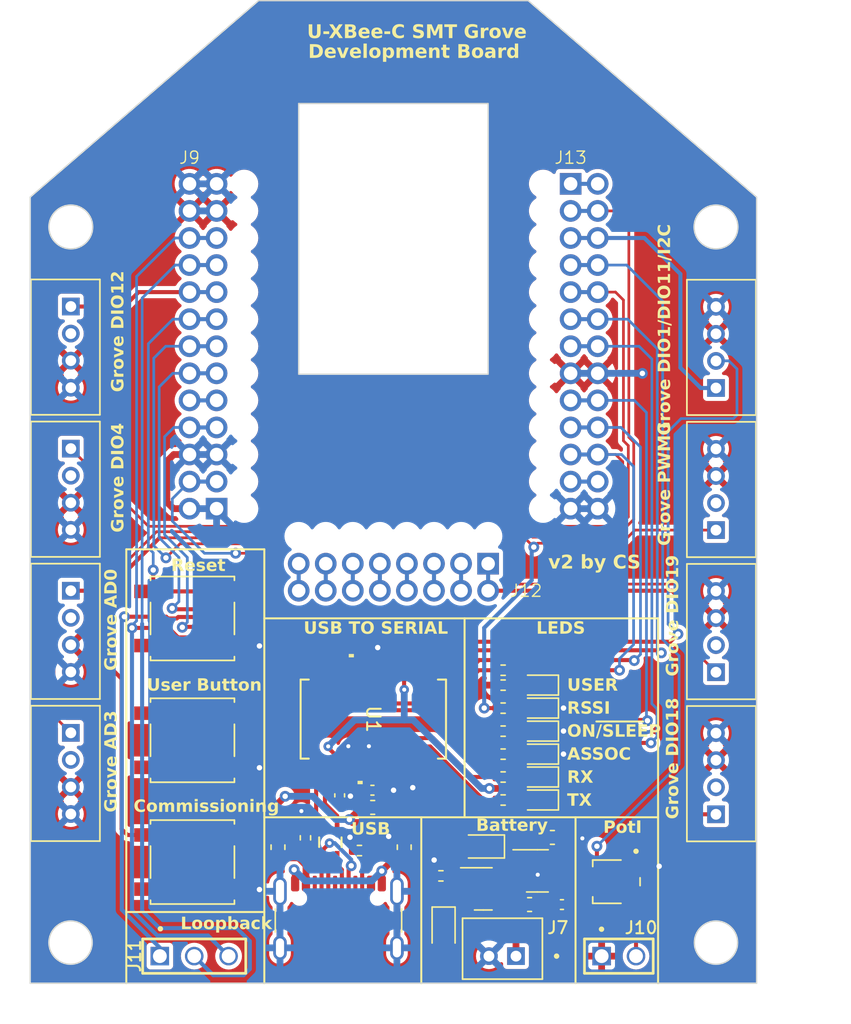
<source format=kicad_pcb>
(kicad_pcb (version 20221018) (generator pcbnew)
  (layers (0 "F.Cu" signal) (31 "B.Cu" signal) (34 "B.Paste" user) (35 "F.Paste" user) (36 "B.SilkS" user "B.Silkscreen") (37 "F.SilkS" user "F.Silkscreen") (38 "B.Mask" user) (39 "F.Mask" user) (44 "Edge.Cuts" user))
  (net 0 "")
  (net 1 "RESET_N")
  (net 5 "Net-(J8-GND-PadA1)")
  (net 6 "Net-(J8-VBUS-PadA4)")
  (net 8 "Net-(J8-D--PadA7)")
  (net 9 "Net-(J8-D+-PadA6)")
  (net 10 "Net-(J8-CC2)")
  (net 12 "Net-(J8-CC1)")
  (net 13 "unconnected-(J9-DEBUG{slash}SWDIO_1-Pad9)")
  (net 14 "Net-(J10-Pad02)")
  (net 15 "+BATT")
  (net 16 "GND")
  (net 17 "unconnected-(J12-JTMS{slash}SWDIO_0-Pad14)")
  (net 18 "VBUS")
  (net 19 "unconnected-(J12-JTDI{slash}SWO_1-Pad15)")
  (net 20 "unconnected-(J12-JTDO{slash}SWO_0-Pad16)")
  (net 21 "USB_DM")
  (net 22 "unconnected-(J12-JTCK{slash}SWCLK_0-Pad17)")
  (net 23 "USB_DP")
  (net 24 "Net-(U2-BP)")
  (net 25 "unconnected-(J12-SPI_MISO{slash}DIO15-Pad18)")
  (net 26 "AD2")
  (net 27 "+3.3VA")
  (net 28 "Net-(D7-K)")
  (net 29 "Net-(D8-K)")
  (net 30 "DIO1{slash}I2C_SCL")
  (net 31 "DIO11{slash}I2C_SDA")
  (net 36 "DIO19")
  (net 40 "DIO18")
  (net 41 "AD3")
  (net 42 "DIO12")
  (net 43 "Net-(U1-TXD)")
  (net 44 "XBEE_RX")
  (net 46 "XBEE_TX")
  (net 49 "Net-(U1-CBUS0)")
  (net 50 "Net-(U1-CBUS1)")
  (net 51 "+3.3V")
  (net 52 "XBEE_DTR_N")
  (net 53 "unconnected-(J12-SPI_MOSI{slash}DIO16-Pad19)")
  (net 54 "XBEE_RTS_N")
  (net 56 "XBEE_CTS_N")
  (net 57 "unconnected-(J12-SPI_SSEL{slash}DIO17-Pad20)")
  (net 59 "unconnected-(J13-SWCLK_1-Pad23)")
  (net 60 "unconnected-(J13-RF_SELECT-Pad34)")
  (net 63 "Net-(D3-A)")
  (net 64 "AD0{slash}CB")
  (net 65 "Net-(D1-K)")
  (net 66 "Net-(D2-K)")
  (net 67 "Net-(D4-A)")
  (net 68 "Net-(D5-A)")
  (net 69 "DIO4")
  (net 70 "Net-(D6-A)")
  (net 71 "RSSI{slash}PWM0")
  (net 72 "ASSOC_LED")
  (net 73 "DIO9")
  (net 74 "Net-(R8-Pad2)")
  (footprint "Resistor_SMD:R_0402_1005Metric" (layer "F.Cu") (at 154.91 99.67465)
    (fp_text reference "R9")
    (fp_text value "1k")
  )
  (footprint "Resistor_SMD:R_0402_1005Metric" (layer "F.Cu") (at 144.29 111.9 180)
    (fp_text reference "R2")
    (fp_text value "5k1")
  )
  (footprint "Capacitor_SMD:C_0402_1005Metric" (layer "F.Cu") (at 145.25 107.442)
    (fp_text reference "C5")
    (fp_text value "100nF")
  )
  (footprint "LED_SMD:LED_0603_1608Metric" (layer "F.Cu") (at 157.5125 108.16465 180)
    (fp_text reference "D7")
    (fp_text value "LTST-C190TBKT")
  )
  (footprint "XBEE_Grove_C:SEEED_110990030" (layer "F.Cu") (at 122.96 95.7 -90)
    (fp_text reference "J3")
    (fp_text value "110990030")
  )
  (footprint "XBEE_Grove_C:IND_DLW21S_0805_MUR" (layer "F.Cu") (at 142.14 111.28 90)
    (fp_text reference "L3")
    (fp_text value "DLW21SN121SQ2L")
  )
  (footprint "Connector_USB:USB_C_Receptacle_GCT_USB4105-xx-A_16P_TopMnt_Horizontal" (layer "F.Cu") (at 142.74 118.015)
    (fp_text reference "J8")
    (fp_text value "USB_C_Receptacle_USB2.0_16P")
  )
  (footprint "XBEE_Grove_C:SW_KSC421J70SHLFS" (layer "F.Cu") (at 131.95 103.75 180)
    (fp_text reference "S2")
    (fp_text value "KSC421J70SHLFS")
  )
  (footprint "Capacitor_SMD:C_0603_1608Metric" (layer "F.Cu") (at 158.549824 110.929295)
    (fp_text reference "C2")
    (fp_text value "10uF")
  )
  (footprint "Resistor_SMD:R_0402_1005Metric" (layer "F.Cu") (at 154.91 108.16465)
    (fp_text reference "R10")
    (fp_text value "1k")
  )
  (footprint "XBEE_Grove_C:SEEED_110990030" (layer "F.Cu") (at 170.64 74.72 90)
    (fp_text reference "J5")
    (fp_text value "110990030")
  )
  (footprint "XBEE_Grove_C:SW_KSC421J70SHLFS" (layer "F.Cu") (at 131.95 94.75)
    (fp_text reference "S1")
    (fp_text value "KSC421J70SHLFS")
  )
  (footprint "XBEE_Grove_C:XBEE_SMT_P1-13" (layer "F.Cu") (at 146.8 85.4)
    (fp_text reference "J9")
    (fp_text value "~")
  )
  (footprint "Diode_SMD:D_SOD-323" (layer "F.Cu") (at 150.51 117.6825 -90)
    (fp_text reference "D1")
    (fp_text value "NSVR1020MW2T1G")
  )
  (footprint "Package_TO_SOT_SMD:SOT-23-5" (layer "F.Cu") (at 157.441397 113.400404)
    (fp_text reference "U2")
    (fp_text value "RT9167A-33GB")
  )
  (footprint "XBEE_Grove_C:SEEED_110990030" (layer "F.Cu") (at 122.96 85.2 -90)
    (fp_text reference "J2")
    (fp_text value "110990030")
  )
  (footprint "LED_SMD:LED_0603_1608Metric" (layer "F.Cu") (at 157.5125 101.37465 180)
    (fp_text reference "D3")
    (fp_text value "QBLP601-R5")
  )
  (footprint "Capacitor_SMD:C_0402_1005Metric" (layer "F.Cu") (at 142.83 107.82 -90)
    (fp_text reference "C4")
    (fp_text value "100nF")
  )
  (footprint "Resistor_SMD:R_0402_1005Metric" (layer "F.Cu") (at 154.91 98.57465 180)
    (fp_text reference "R8")
    (fp_text value "220R")
  )
  (footprint "XBEE_Grove_C:SW_KSC421J70SHLFS" (layer "F.Cu") (at 131.95 112.75)
    (fp_text reference "S3")
    (fp_text value "KSC421J70SHLFS")
  )
  (footprint "LED_SMD:LED_0603_1608Metric" (layer "F.Cu") (at 157.5125 104.77465 180)
    (fp_text reference "D4")
    (fp_text value "LTST-C190YKT")
  )
  (footprint "XBEE_Grove_C:SAMTEC_TSW-102-07-G-S" (layer "F.Cu") (at 163.46 119.7)
    (fp_text reference "J10")
    (fp_text value "TSW-102-07-G-S")
  )
  (footprint "LED_SMD:LED_0603_1608Metric" (layer "F.Cu") (at 157.5125 106.46465 180)
    (fp_text reference "D8")
    (fp_text value "LTST-C190YKT")
  )
  (footprint "LED_SMD:LED_0603_1608Metric" (layer "F.Cu") (at 157.5125 103.07465 180)
    (fp_text reference "D5")
    (fp_text value "LTST-C190TBKT")
  )
  (footprint "Resistor_SMD:R_0402_1005Metric" (layer "F.Cu") (at 140.299579 110.957799 90)
    (fp_text reference "R1")
    (fp_text value "5k1")
  )
  (footprint "Inductor_SMD:L_0603_1608Metric" (layer "F.Cu") (at 138.27 111.65 90)
    (fp_text reference "L1")
    (fp_text value "220Ω/2,2A")
  )
  (footprint "Resistor_SMD:R_0402_1005Metric" (layer "F.Cu") (at 150.31 113.77 180)
    (fp_text reference "R4")
    (fp_text value "10k")
  )
  (footprint "XBEE_Grove_C:JST_B2B-PH-K-S" (layer "F.Cu") (at 154.86 119.15)
    (fp_text reference "J7")
    (fp_text value "B2B-PH-K-S")
  )
  (footprint "Capacitor_SMD:C_0603_1608Metric" (layer "F.Cu") (at 156.863937 115.890327)
    (fp_text reference "C1")
    (fp_text value "10uF")
  )
  (footprint "Inductor_SMD:L_0603_1608Metric" (layer "F.Cu") (at 147.6 111.65 -90)
    (fp_text reference "L2")
    (fp_text value "220Ω/2,2A")
  )
  (footprint "Resistor_SMD:R_0402_1005Metric" (layer "F.Cu") (at 154.91 101.37465)
    (fp_text reference "R5")
    (fp_text value "1k")
  )
  (footprint "XBEE_Grove_C:SEEED_110990030" (layer "F.Cu") (at 170.64 85.22 90)
    (fp_text reference "J6")
    (fp_text value "110990030")
  )
  (footprint "Resistor_SMD:R_0402_1005Metric" (layer "F.Cu") (at 154.91 106.46465)
    (fp_text reference "R11")
    (fp_text value "1k")
  )
  (footprint "LED_SMD:LED_0603_1608Metric" (layer "F.Cu") (at 157.5125 99.67465 180)
    (fp_text reference "D6")
    (fp_text value "LTST-C190TBKT")
  )
  (footprint "XBEE_Grove_C:SAMTEC_TSW-103-07-G-S" (layer "F.Cu") (at 132.08 119.7)
    (fp_text reference "J11")
    (fp_text value "TSW-103-07-G-S")
  )
  (footprint "Capacitor_SMD:C_0603_1608Metric" (layer "F.Cu") (at 145.27 108.712)
    (fp_text reference "C6")
    (fp_text value "10uF")
  )
  (footprint "XBEE_Grove_C:SEEED_110990030" (layer "F.Cu") (at 170.64 95.72 90)
    (fp_text reference "J14")
    (fp_text value "110990030")
  )
  (footprint "XBEE_Grove_C:TRIM_3313J-1-103E" (layer "F.Cu") (at 163.28 114.2 90)
    (fp_text reference "R3")
    (fp_text value "3313J-1-103E")
  )
  (footprint "Resistor_SMD:R_0402_1005Metric" (layer "F.Cu") (at 154.91 104.77465)
    (fp_text reference "R6")
    (fp_text value "1k")
  )
  (footprint "Diode_SMD:D_SOD-323" (layer "F.Cu") (at 153.3975 111.6 180)
    (fp_text reference "D2")
    (fp_text value "NSVR1020MW2T1G")
  )
  (footprint "Capacitor_SMD:C_0402_1005Metric" (layer "F.Cu") (at 159.254684 115.890327 180)
    (fp_text reference "C3")
    (fp_text value "100nF")
  )
  (footprint "XBEE_Grove_C:XBEE_SMT_P22-34" (layer "F.Cu") (at 146.8 85.4)
    (fp_text reference "J13")
    (fp_text value "~")
  )
  (footprint "XBEE_Grove_C:IC28_SSOP-28_FTD" (layer "F.Cu") (at 145.315 102.185 -90)
    (fp_text reference "U1")
    (fp_text value "FT232RL-REEL")
  )
  (footprint "XBEE_Grove_C:XBEE_SMT_P14-21" (layer "F.Cu") (at 146.8 85.4)
    (fp_text reference "J12")
    (fp_text value "~")
  )
  (footprint "Package_TO_SOT_SMD:SOT-23" (layer "F.Cu") (at 153.4425 114.73)
    (fp_text reference "Q1")
    (fp_text value "SI2323DS-T1-E3")
  )
  (footprint "Fiducial:Fiducial_1mm_Mask2mm" (layer "F.Cu") (at 127.96 65.7)
    (fp_text reference "FID1")
    (fp_text value "Fiducial")
  )
  (footprint "Resistor_SMD:R_0402_1005Metric" (layer "F.Cu") (at 154.91 103.07465)
    (fp_text reference "R7")
    (fp_text value "1k")
  )
  (footprint "XBEE_Grove_C:SEEED_110990030" (layer "F.Cu") (at 170.64 106.22 90)
    (fp_text reference "J15")
    (fp_text value "110990030")
  )
  (footprint "Fiducial:Fiducial_1mm_Mask2mm" (layer "F.Cu") (at 170.76 113.7)
    (fp_text reference "FID2")
    (fp_text value "Fiducial")
  )
  (footprint "XBEE_Grove_C:SEEED_110990030" (layer "F.Cu") (at 122.96 74.7 -90)
    (fp_text reference "J1")
    (fp_text value "110990030")
  )
  (footprint "XBEE_Grove_C:SEEED_110990030" (layer "F.Cu") (at 122.96 106.2 -90)
    (fp_text reference "J4")
    (fp_text value "110990030")
  )
  (gr_line (start 137.26 121.71) (end 137.26 89.64) (stroke (width 0.15)) (layer "F.SilkS"))
  (gr_line (start 148.86 121.71) (end 148.86 109.44) (stroke (width 0.15)) (layer "F.SilkS"))
  (gr_line (start 161.8 102.362) (end 165.25 102.362) (stroke (width 0.15)) (layer "F.SilkS"))
  (gr_line (start 127.06 89.64) (end 137.26 89.64) (stroke (width 0.15)) (layer "F.SilkS"))
  (gr_line (start 166.36 121.71) (end 166.36 94.74) (stroke (width 0.15)) (layer "F.SilkS"))
  (gr_line (start 137.26 109.44) (end 166.36 109.44) (stroke (width 0.15)) (layer "F.SilkS"))
  (gr_line (start 152.06 109.44) (end 152.06 94.74) (stroke (width 0.15)) (layer "F.SilkS"))
  (gr_line (start 160.26 121.71) (end 160.26 109.44) (stroke (width 0.15)) (layer "F.SilkS"))
  (gr_line (start 137.26 94.74) (end 166.36 94.74) (stroke (width 0.15)) (layer "F.SilkS"))
  (gr_line (start 127.06 116.44) (end 137.26 116.44) (stroke (width 0.15)) (layer "F.SilkS"))
  (gr_line (start 127.06 121.71) (end 127.06 89.64) (stroke (width 0.15)) (layer "F.SilkS"))
  (gr_line (start 119.96 63.62) (end 136.84 49.1) (stroke (width 0.1)) (layer "Edge.Cuts"))
  (gr_line (start 173.64 63.62) (end 173.64 121.7) (stroke (width 0.1)) (layer "Edge.Cuts"))
  (gr_line (start 173.64 121.7) (end 119.96 121.7) (stroke (width 0.1)) (layer "Edge.Cuts"))
  (gr_line (start 139.8 56.7) (end 139.8 76.7) (stroke (width 0.1)) (layer "Edge.Cuts"))
  (gr_line (start 153.8 76.7) (end 153.8 56.7) (stroke (width 0.1)) (layer "Edge.Cuts"))
  (gr_circle (center 170.64 118.7) (end 172.24 118.7) (stroke (width 0.1)) (fill none) (layer "Edge.Cuts"))
  (gr_line (start 136.84 49.1) (end 156.76 49.1) (stroke (width 0.1)) (layer "Edge.Cuts"))
  (gr_line (start 119.96 121.7) (end 119.96 63.62) (stroke (width 0.1)) (layer "Edge.Cuts"))
  (gr_circle (center 170.64 65.82) (end 172.26 65.82) (stroke (width 0.1)) (fill none) (layer "Edge.Cuts"))
  (gr_circle (center 122.94 118.7) (end 124.54 118.7) (stroke (width 0.1)) (fill none) (layer "Edge.Cuts"))
  (gr_line (start 156.76 49.1) (end 173.64 63.62) (stroke (width 0.1)) (layer "Edge.Cuts"))
  (gr_line (start 139.8 76.7) (end 153.8 76.7) (stroke (width 0.1)) (layer "Edge.Cuts"))
  (gr_circle (center 122.96 65.82) (end 124.58 65.82) (stroke (width 0.1)) (fill none) (layer "Edge.Cuts"))
  (gr_line (start 153.8 56.7) (end 139.8 56.7) (stroke (width 0.1)) (layer "Edge.Cuts"))
  (gr_text "RSSI" (at 159.635 101.94) (layer "F.SilkS") (effects (font (size 0.9 0.9)) (justify left bottom)))
  (gr_text "Grove DIO1/DIO11/I2C" (at 167.4 81.226986 90) (layer "F.SilkS") (effects (font (size 0.9 0.9)) (justify left bottom)))
  (gr_text "Battery" (at 152.907481 110.596068) (layer "F.SilkS") (effects (font (size 0.9 0.9)) (justify left bottom)))
  (gr_text "Grove DIO12" (at 127 78.025 90) (layer "F.SilkS") (effects (font (size 0.9 0.9)) (justify left bottom)))
  (gr_text "Loopback" (at 131.064 117.856) (layer "F.SilkS") (effects (font (size 0.9 0.9)) (justify left bottom)))
  (gr_text "v2 by CS" (at 158.24 91.23) (layer "F.SilkS") (effects (font (size 1 1)) (justify left bottom)))
  (gr_text "USER" (at 159.635 100.24) (layer "F.SilkS") (effects (font (size 0.9 0.9)) (justify left bottom)))
  (gr_text "ON/SLEEP" (at 159.635 103.64) (layer "F.SilkS") (effects (font (size 0.9 0.9)) (justify left bottom)))
  (gr_text "Grove AD0" (at 126.5 98.615452 90) (layer "F.SilkS") (effects (font (size 0.9 0.9)) (justify left bottom)))
  (gr_text "PotI\n" (at 162.306 110.744) (layer "F.SilkS") (effects (font (size 0.9 0.9)) (justify left bottom)))
  (gr_text "Grove AD3" (at 126.5 109.082438 90) (layer "F.SilkS") (effects (font (size 0.9 0.9)) (justify left bottom)))
  (gr_text "User Button" (at 128.566961 100.236887) (layer "F.SilkS") (effects (font (size 0.9 0.9)) (justify left bottom)))
  (gr_text "TX" (at 159.635 108.74) (layer "F.SilkS") (effects (font (size 0.9 0.9)) (justify left bottom)))
  (gr_text "ASSOC" (at 159.635 105.34) (layer "F.SilkS") (effects (font (size 0.9 0.9)) (justify left bottom)))
  (gr_text "U-XBee-C SMT Grove" (at 140.413041 52.035019) (layer "F.SilkS") (effects (font (size 1 1)) (justify left bottom)))
  (gr_text "Grove DIO19" (at 168 99.031163 90) (layer "F.SilkS") (effects (font (size 0.9 0.9)) (justify left bottom)))
  (gr_text "USB" (at 143.676783 110.867821) (layer "F.SilkS") (effects (font (size 0.9 0.9)) (justify left bottom)))
  (gr_text "RX" (at 159.635 107.04) (layer "F.SilkS") (effects (font (size 0.9 0.9)) (justify left bottom)))
  (gr_text "USB TO SERIAL" (at 140.16 96.032) (layer "F.SilkS") (effects (font (size 0.9 0.9)) (justify left bottom)))
  (gr_text "Commissioning" (at 127.596103 109.193762) (layer "F.SilkS") (effects (font (size 0.9 0.9)) (justify left bottom)))
  (gr_text "Grove DIO18" (at 168 109.582154 90) (layer "F.SilkS") (effects (font (size 0.9 0.9)) (justify left bottom)))
  (gr_text "Grove PWM0" (at 167.4 89.381577 90) (layer "F.SilkS") (effects (font (size 0.9 0.9)) (justify left bottom)))
  (gr_text "Grove DIO4" (at 127 88.4 90) (layer "F.SilkS") (effects (font (size 0.9 0.9)) (justify left bottom)))
  (gr_text "Reset" (at 130.367924 91.398583) (layer "F.SilkS") (effects (font (size 0.9 0.9)) (justify left bottom)))
  (gr_text "LEDS" (at 157.36 96.03) (layer "F.SilkS") (effects (font (size 0.9 0.9)) (justify left bottom)))
  (gr_text "Development Board" (at 140.5 53.5) (layer "F.SilkS") (effects (font (size 1 1)) (justify left bottom)))
  (segment (start 134.85 92.75) (end 129.05 92.75) (width 0.3) (layer "F.Cu") (net 1))
  (segment (start 129.05 91.17) (end 129.05 92.75) (width 0.3) (layer "F.Cu") (net 1))
  (via (at 129.05 91.17) (size 0.8) (drill 0.4) (layers "F.Cu" "B.Cu") (net 1))
  (segment (start 128.69 74.45) (end 130.505 72.635) (width 0.2) (layer "B.Cu") (net 1))
  (segment (start 131.733 72.635) (end 133.733 72.635) (width 0.3) (layer "B.Cu") (net 1))
  (segment (start 129.05 91.17) (end 129.05 89.895685) (width 0.2) (layer "B.Cu") (net 1))
  (segment (start 129.05 89.895685) (end 128.69 89.535685) (width 0.2) (layer "B.Cu") (net 1))
  (segment (start 128.69 89.535685) (end 128.69 74.45) (width 0.2) (layer "B.Cu") (net 1))
  (segment (start 130.505 72.635) (end 131.733 72.635) (width 0.2) (layer "B.Cu") (net 1))
  (segment (start 146.9125 112.4375) (end 145.94 113.41) (width 0.5) (layer "F.Cu") (net 5))
  (segment (start 139.54 113.39) (end 139.462 113.312) (width 0.5) (layer "F.Cu") (net 5))
  (segment (start 147.6 112.4375) (end 146.9125 112.4375) (width 0.5) (layer "F.Cu") (net 5))
  (segment (start 145.94 114.335) (end 145.94 113.41) (width 0.5) (layer "F.Cu") (net 5))
  (segment (start 139.54 114.335) (end 139.54 113.39) (width 0.5) (layer "F.Cu") (net 5))
  (via (at 139.462 113.312) (size 0.8) (drill 0.4) (layers "F.Cu" "B.Cu") (net 5))
  (via (at 145.94 113.41) (size 0.8) (drill 0.4) (layers "F.Cu" "B.Cu") (net 5))
  (segment (start 139.462 113.312) (end 140.29 114.14) (width 0.5) (layer "B.Cu") (net 5))
  (segment (start 140.29 114.14) (end 145.21 114.14) (width 0.5) (layer "B.Cu") (net 5))
  (segment (start 145.21 114.14) (end 145.94 113.41) (width 0.5) (layer "B.Cu") (net 5))
  (segment (start 140.575 115.945) (end 140.575 115.109695) (width 0.3) (layer "F.Cu") (net 6))
  (segment (start 145.14 114.874695) (end 144.9 115.114695) (width 0.3) (layer "F.Cu") (net 6))
  (segment (start 144.9 115.114695) (end 144.9 115.88) (width 0.3) (layer "F.Cu") (net 6))
  (segment (start 138.285 112.4375) (end 139.789582 112.4375) (width 0.5) (layer "F.Cu") (net 6))
  (segment (start 141.23 116.6) (end 140.575 115.945) (width 0.3) (layer "F.Cu") (net 6))
  (segment (start 140.575 115.109695) (end 140.399608 114.934303) (width 0.3) (layer "F.Cu") (net 6))
  (segment (start 140.34 112.987918) (end 140.34 114.335) (width 0.5) (layer "F.Cu") (net 6))
  (segment (start 139.789582 112.4375) (end 140.34 112.987918) (width 0.5) (layer "F.Cu") (net 6))
  (segment (start 144.18 116.6) (end 141.23 116.6) (width 0.3) (layer "F.Cu") (net 6))
  (segment (start 140.399608 114.934303) (end 140.399608 114.3) (width 0.3) (layer "F.Cu") (net 6))
  (segment (start 144.9 115.88) (end 144.18 116.6) (width 0.3) (layer "F.Cu") (net 6))
  (segment (start 145.14 114.335) (end 145.14 114.874695) (width 0.3) (layer "F.Cu") (net 6))
  (segment (start 142.639999 112.3074) (end 142.639999 112.959999) (width 0.3) (layer "F.Cu") (net 8))
  (segment (start 142.33 112.98) (end 142.66 112.98) (width 0.3) (layer "F.Cu") (net 8))
  (segment (start 142.99 113.31) (end 142.99 114.335) (width 0.3) (layer "F.Cu") (net 8))
  (segment (start 141.99 113.32) (end 142.33 112.98) (width 0.3) (layer "F.Cu") (net 8))
  (segment (start 142.66 112.98) (end 142.99 113.31) (width 0.3) (layer "F.Cu") (net 8))
  (segment (start 141.99 114.335) (end 141.99 113.32) (width 0.3) (layer "F.Cu") (net 8))
  (segment (start 142.639999 112.959999) (end 142.66 112.98) (width 0.3) (layer "F.Cu") (net 8))
  (segment (start 143.49 113.216027) (end 143.49 114.335) (width 0.3) (layer "F.Cu") (net 9))
  (segment (start 142.83 115.72) (end 143.23 115.72) (width 0.3) (layer "F.Cu") (net 9))
  (segment (start 143.23 115.72) (end 143.49 115.46) (width 0.3) (layer "F.Cu") (net 9))
  (segment (start 142.49 114.335) (end 142.49 115.38) (width 0.3) (layer "F.Cu") (net 9))
  (segment (start 142.08 111.35) (end 141.640001 111.789999) (width 0.3) (layer "F.Cu") (net 9))
  (segment (start 141.640001 111.789999) (end 141.640001 112.3074) (width 0.3) (layer "F.Cu") (net 9))
  (segment (start 142.49 115.38) (end 142.83 115.72) (width 0.3) (layer "F.Cu") (net 9))
  (segment (start 143.682948 113.023079) (end 143.49 113.216027) (width 0.3) (layer "F.Cu") (net 9))
  (segment (start 143.49 115.46) (end 143.49 114.335) (width 0.3) (layer "F.Cu") (net 9))
  (via (at 142.08 111.35) (size 0.7) (drill 0.3) (layers "F.Cu" "B.Cu") (net 9))
  (via (at 143.682948 113.023079) (size 0.8) (drill 0.4) (layers "F.Cu" "B.Cu") (net 9))
  (segment (start 143.682948 112.572948) (end 142.46 111.35) (width 0.3) (layer "B.Cu") (net 9))
  (segment (start 143.682948 113.023079) (end 143.682948 112.572948) (width 0.3) (layer "B.Cu") (net 9))
  (segment (start 142.46 111.35) (end 142.08 111.35) (width 0.3) (layer "B.Cu") (net 9))
  (segment (start 144.49 113.387567) (end 144.49 114.335) (width 0.3) (layer "F.Cu") (net 10))
  (segment (start 144.8 111.9) (end 144.8 113.077567) (width 0.3) (layer "F.Cu") (net 10))
  (segment (start 144.8 113.077567) (end 144.49 113.387567) (width 0.3) (layer "F.Cu") (net 10))
  (segment (start 141.49 113.28939) (end 141.49 114.335) (width 0.3) (layer "F.Cu") (net 12))
  (segment (start 140.299579 112.098969) (end 141.49 113.28939) (width 0.3) (layer "F.Cu") (net 12))
  (segment (start 140.299579 111.467799) (end 140.299579 112.098969) (width 0.3) (layer "F.Cu") (net 12))
  (segment (start 131.733 78.635) (end 133.733 78.635) (width 0.3) (layer "B.Cu") (net 13))
  (segment (start 164.73 115.35) (end 164.73 119.7) (width 0.3) (layer "F.Cu") (net 14))
  (segment (start 150.51 118.7325) (end 152.3675 118.7325) (width 0.5) (layer "F.Cu") (net 15))
  (segment (start 155.38 117.95) (end 153.15 117.95) (width 0.5) (layer "F.Cu") (net 15))
  (segment (start 155.86 119.7) (end 155.86 118.43) (width 0.5) (layer "F.Cu") (net 15))
  (segment (start 155.86 118.43) (end 155.38 117.95) (width 0.5) (layer "F.Cu") (net 15))
  (segment (start 152.3675 118.7325) (end 153.15 117.95) (width 0.5) (layer "F.Cu") (net 15))
  (segment (start 158.3 101.37465) (end 159.36535 101.37465) (width 0.5) (layer "F.Cu") (net 16))
  (segment (start 134.85 105.75) (end 136.87 105.75) (width 0.5) (layer "F.Cu") (net 16))
  (segment (start 129.05 105.75) (end 134.85 105.75) (width 0.5) (layer "F.Cu") (net 16))
  (segment (start 130.565 82.635) (end 130.06 83.14) (width 0.5) (layer "F.Cu") (net 16))
  (segment (start 159.393529 110.998) (end 159.324824 110.929295) (width 0.5) (layer "F.Cu") (net 16))
  (segment (start 157.466397 113.684551) (end 157.466397 115.717787) (width 0.5) (layer "F.Cu") (net 16))
  (segment (start 160.764058 110.998) (end 159.393529 110.998) (width 0.5) (layer "F.Cu") (net 16))
  (segment (start 130.06 83.14) (end 130.06 86.15) (width 0.5) (layer "F.Cu") (net 16))
  (segment (start 164.73 113.05) (end 166.43 113.05) (width 0.5) (layer "F.Cu") (net 16))
  (segment (start 145.73 107.442) (end 145.73 108.635) (width 0.5) (layer "F.Cu") (net 16))
  (segment (start 147.589999 106.609999) (end 148.23 107.25) (width 0.3) (layer "F.Cu") (net 16))
  (segment (start 130.06 86.15) (end 130.545 86.635) (width 0.5) (layer "F.Cu") (net 16))
  (segment (start 143.201965 108.3) (end 142.83 108.3) (width 0.5) (layer "F.Cu") (net 16))
  (segment (start 136.87 114.75) (end 134.85 114.75) (width 0.5) (layer "F.Cu") (net 16))
  (segment (start 147.589999 105.73465) (end 147.589999 106.609999) (width 0.3) (layer "F.Cu") (net 16))
  (segment (start 143.47 104.19) (end 143.040001 104.619999) (width 0.3) (layer "F.Cu") (net 16))
  (segment (start 157.466397 115.717787) (end 157.638937 115.890327) (width 0.5) (layer "F.Cu") (net 16))
  (segment (start 147.06 114.91) (end 147.06 119.09) (width 0.5) (layer "F.Cu") (net 16))
  (segment (start 134.85 96.75) (end 136.87 96.75) (width 0.5) (layer "F.Cu") (net 16))
  (segment (start 146.45 110.85) (end 146.4625 110.8625) (width 0.5) (layer "F.Cu") (net 16))
  (segment (start 143.78 111.105194) (end 143.59083 110.916024) (width 0.5) (layer "F.Cu") (net 16))
  (segment (start 129.05 96.75) (end 134.85 96.75) (width 0.5) (layer "F.Cu") (net 16))
  (segment (start 149.8 113.77) (end 149.8 112.61) (width 0.5) (layer "F.Cu") (net 16))
  (segment (start 136.87 105.75) (end 136.9 105.78) (width 0.5) (layer "F.Cu") (net 16))
  (segment (start 148.23 107.25) (end 148.23 105.74465) (width 0.3) (layer "F.Cu") (net 16))
  (segment (start 158.774684 115.890327) (end 157.638937 115.890327) (width 0.5) (layer "F.Cu") (net 16))
  (segment (start 136.9 114.78) (end 136.87 114.75) (width 0.5) (layer "F.Cu") (net 16))
  (segment (start 145.640001 98.63535) (end 145.64 96.9) (width 0.3) (layer "F.Cu") (net 16))
  (segment (start 157.18225 113.400404) (end 156.303897 113.400404) (width 0.5) (layer "F.Cu") (net 16))
  (segment (start 138.42 114.91) (end 138.42 119.09) (width 0.5) (layer "F.Cu") (net 16))
  (segment (start 143.624239 107.877726) (end 143.201965 108.3) (width 0.5) (layer "F.Cu") (net 16))
  (segment (start 157.466397 113.684551) (end 157.18225 113.400404) (width 0.5) (layer "F.Cu") (net 16))
  (segment (start 166.43 113.05) (end 166.44 113.06) (width 0.5) (layer "F.Cu") (net 16))
  (segment (start 129.05 114.75) (end 134.85 114.75) (width 0.5) (layer "F.Cu") (net 16))
  (segment (start 158.3 104.77465) (end 159.36535 104.77465) (width 0.5) (layer "F.Cu") (net 16))
  (segment (start 131.733 82.635) (end 130.565 82.635) (width 0.5) (layer "F.Cu") (net 16))
  (segment (start 140.299579 110.447799) (end 140.299579 109.281143) (width 0.5) (layer "F.Cu") (net 16))
  (segment (start 158.3 103.07465) (end 159.36535 103.07465) (width 0.5) (layer "F.Cu") (net 16))
  (segment (start 130.545 86.635) (end 131.733 86.635) (width 0.5) (layer "F.Cu") (net 16))
  (segment (start 144.989999 105.73465) (end 144.99 104.19) (width 0.3) (layer "F.Cu") (net 16))
  (segment (start 140.299579 109.281143) (end 140.000278 108.981842) (width 0.5) (layer "F.Cu") (net 16))
  (segment (start 143.78 111.9) (end 143.78 111.105194) (width 0.5) (layer "F.Cu") (net 16))
  (segment (start 149.8 112.61) (end 149.81 112.6) (width 0.5) (layer "F.Cu") (net 16))
  (segment (start 145.73 108.635) (end 146.045 108.95) (width 0.5) (layer "F.Cu") (net 16))
  (segment (start 146.812 107.442) (end 145.73 107.442) (width 0.5) (layer "F.Cu") (net 16))
  (segment (start 148.23 105.74465) (end 148.24 105.73465) (width 0.3) (layer "F.Cu") (net 16))
  (segment (start 159.36535 104.77465) (end 159.37 104.77) (width 0.5) (layer "F.Cu") (net 16))
  (segment (start 146.4625 110.8625) (end 147.6 110.8625) (width 0.5) (layer "F.Cu") (net 16))
  (segment (start 143.040001 104.619999) (end 143.040001 105.73465) (width 0.3) (layer "F.Cu") (net 16))
  (segment (start 136.87 96.75) (end 136.9 96.78) (width 0.5) (layer "F.Cu") (net 16))
  (via (at 159.37 101.37) (size 0.8) (drill 0.4) (layers "F.Cu" "B.Cu") (net 16))
  (via (at 159.37 104.77) (size 0.8) (drill 0.4) (layers "F.Cu" "B.Cu") (net 16))
  (via (at 160.764058 110.998) (size 0.7) (drill 0.3) (layers "F.Cu" "B.Cu") (net 16))
  (via (at 157.466397 113.684551) (size 0.7) (drill 0.3) (layers "F.Cu" "B.Cu") (net 16))
  (via (at 145.64 96.9) (size 0.8) (drill 0.4) (layers "F.Cu" "B.Cu") (net 16))
  (via (at 136.9 114.78) (size 0.8) (drill 0.4) (layers "F.Cu" "B.Cu") (net 16))
  (via (at 148.23 107.25) (size 0.8) (drill 0.4) (layers "F.Cu" "B.Cu") (net 16))
  (via (at 146.812 107.442) (size 0.8) (drill 0.4) (layers "F.Cu" "B.Cu") (net 16))
  (via (at 143.47 104.19) (size 0.7) (drill 0.3) (layers "F.Cu" "B.Cu") (net 16))
  (via (at 166.44 113.06) (size 0.8) (drill 0.4) (layers "F.Cu" "B.Cu") (net 16))
  (via (at 140.000278 108.981842) (size 0.7) (drill 0.3) (layers "F.Cu" "B.Cu") (net 16))
  (via (at 136.9 96.78) (size 0.8) (drill 0.4) (layers "F.Cu" "B.Cu") (net 16))
  (via (at 143.59083 110.916024) (size 0.8) (drill 0.4) (layers "F.Cu" "B.Cu") (net 16))
  (via (at 136.9 105.78) (size 0.8) (drill 0.4) (layers "F.Cu" "B.Cu") (net 16))
  (via (at 149.81 112.6) (size 0.8) (drill 0.4) (layers "F.Cu" "B.Cu") (net 16))
  (via (at 144.99 104.19) (size 0.7) (drill 0.3) (layers "F.Cu" "B.Cu") (net 16))
  (via (at 143.624239 107.877726) (size 0.8) (drill 0.4) (layers "F.Cu" "B.Cu") (net 16))
  (via (at 146.45 110.85) (size 0.8) (drill 0.4) (layers "F.Cu" "B.Cu") (net 16))
  (via (at 159.37 103.07) (size 0.8) (drill 0.4) (layers "F.Cu" "B.Cu") (net 16))
  (segment (start 159.897 86.635) (end 161.897 86.635) (width 0.5) (layer "B.Cu") (net 16))
  (segment (start 135.17 88.18) (end 133.733 86.743) (width 0.5) (layer "B.Cu") (net 16))
  (segment (start 131.733 82.635) (end 133.733 82.635) (width 0.5) (layer "B.Cu") (net 16))
  (segment (start 131.733 86.635) (end 133.733 86.635) (width 0.5) (layer "B.Cu") (net 16))
  (segment (start 133.733 86.743) (end 133.733 86.635) (width 0.5) (layer "B.Cu") (net 16))
  (segment (start 131.733 62.635) (end 133.733 62.635) (width 0.5) (layer "B.Cu") (net 16))
  (segment (start 139.8 92.7) (end 139.8 90.7) (width 0.3) (layer "B.Cu") (net 17))
  (segment (start 151.48 113.78) (end 150.83 113.78) (width 0.5) (layer "F.Cu") (net 18))
  (segment (start 151.84 111.6) (end 151.48 111.96) (width 0.5) (layer "F.Cu") (net 18))
  (segment (start 151.48 111.96) (end 151.48 113.78) (width 0.5) (layer "F.Cu") (net 18))
  (segment (start 143.689999 106.729999) (end 144.02 107.06) (width 0.3) (layer "F.Cu") (net 18))
  (segment (start 144.02 107.06) (end 144.02 107.19) (width 0.3) (layer "F.Cu") (net 18))
  (segment (start 152.3475 111.6) (end 151.84 111.6) (width 0.5) (layer "F.Cu") (net 18))
  (segment (start 143.77 109.825) (end 149.345 109.825) (width 0.5) (layer "F.Cu") (net 18))
  (segment (start 143.55 109.605) (end 143.77 109.825) (width 0.5) (layer "F.Cu") (net 18))
  (segment (start 144.77 108.437) (end 144.77 107.442) (width 0.5) (layer "F.Cu") (net 18))
  (segment (start 144.02 107.19) (end 144.272 107.442) (width 0.3) (layer "F.Cu") (net 18))
  (segment (start 144.02 107.06) (end 144.340001 106.739999) (width 0.3) (layer "F.Cu") (net 18))
  (segment (start 144.340001 106.739999) (end 144.340001 105.73465) (width 0.3) (layer "F.Cu") (net 18))
  (segment (start 138.27 108.42) (end 138.8 107.89) (width 0.5) (layer "F.Cu") (net 18))
  (segment (start 150.83 113.78) (end 150.82 113.77) (width 0.5) (layer "F.Cu") (net 18))
  (segment (start 144.443 108.712) (end 144.495 108.712) (width 0.5) (layer "F.Cu") (net 18))
  (segment (start 144.257 108.95) (end 144.77 108.437) (width 0.5) (layer "F.Cu") (net 18))
  (segment (start 138.27 110.8625) (end 138.27 108.42) (width 0.5) (layer "F.Cu") (net 18))
  (segment (start 152.505 113.78) (end 151.48 113.78) (width 0.5) (layer "F.Cu") (net 18))
  (segment (start 143.689999 105.73465) (end 143.689999 106.729999) (width 0.3) (layer "F.Cu") (net 18))
  (segment (start 143.55 109.605) (end 144.443 108.712) (width 0.5) (layer "F.Cu") (net 18))
  (segment (start 149.345 109.825) (end 151.48 111.96) (width 0.5) (layer "F.Cu") (net 18))
  (segment (start 144.272 107.442) (end 144.77 107.442) (width 0.3) (layer "F.Cu") (net 18))
  (via (at 138.8 107.89) (size 0.8) (drill 0.4) (layers "F.Cu" "B.Cu") (net 18))
  (via (at 143.55 109.605) (size 0.8) (drill 0.4) (layers "F.Cu" "B.Cu") (net 18))
  (segment (start 142.555 109.605) (end 140.84 107.89) (width 0.5) (layer "B.Cu") (net 18))
  (segment (start 143.55 109.605) (end 142.555 109.605) (width 0.5) (layer "B.Cu") (net 18))
  (segment (start 140.84 107.89) (end 138.8 107.89) (width 0.5) (layer "B.Cu") (net 18))
  (segment (start 141.8 92.7) (end 141.8 90.7) (width 0.3) (layer "B.Cu") (net 19))
  (segment (start 143.8 92.7) (end 143.8 90.7) (width 0.3) (layer "B.Cu") (net 20))
  (segment (start 141.740001 108.430001) (end 142.639999 109.329999) (width 0.3) (layer "F.Cu") (net 21))
  (segment (start 142.639999 109.329999) (end 142.639999 110.2526) (width 0.3) (layer "F.Cu") (net 21))
  (segment (start 141.740001 105.73465) (end 141.740001 108.430001) (width 0.3) (layer "F.Cu") (net 21))
  (segment (start 145.8 92.7) (end 145.8 90.7) (width 0.3) (layer "B.Cu") (net 22))
  (segment (start 141.09 109.110699) (end 141.640001 109.6607) (width 0.3) (layer "F.Cu") (net 23))
  (segment (start 141.640001 109.6607) (end 141.640001 110.2526) (width 0.3) (layer "F.Cu") (net 23))
  (segment (start 141.09 105.73465) (end 141.09 109.110699) (width 0.3) (layer "F.Cu") (net 23))
  (segment (start 159.734684 114.776684) (end 159.734684 115.890327) (width 0.5) (layer "F.Cu") (net 24))
  (segment (start 158.578897 114.350404) (end 159.308404 114.350404) (width 0.5) (layer "F.Cu") (net 24))
  (segment (start 159.308404 114.350404) (end 159.734684 114.776684) (width 0.5) (layer "F.Cu") (net 24))
  (segment (start 147.8 90.7) (end 147.8 92.7) (width 0.3) (layer "B.Cu") (net 25))
  (segment (start 161.83 114.2) (end 161.84 114.19) (width 0.3) (layer "F.Cu") (net 26))
  (segment (start 161.84 114.19) (end 161.84 111.58) (width 0.3) (layer "F.Cu") (net 26))
  (via (at 161.84 111.58) (size 0.8) (drill 0.4) (layers "F.Cu" "B.Cu") (net 26))
  (segment (start 164.035 68.635) (end 166.7 71.3) (width 0.2) (layer "B.Cu") (net 26))
  (segment (start 166.7 96.3) (end 167.91 97.51) (width 0.2) (layer "B.Cu") (net 26))
  (segment (start 167.91 97.51) (end 167.91 105.51) (width 0.2) (layer "B.Cu") (net 26))
  (segment (start 159.897 68.635) (end 161.897 68.635) (width 0.3) (layer "B.Cu") (net 26))
  (segment (start 166.7 71.3) (end 166.7 96.3) (width 0.2) (layer "B.Cu") (net 26))
  (segment (start 167.91 105.51) (end 161.84 111.58) (width 0.2) (layer "B.Cu") (net 26))
  (segment (start 161.897 68.635) (end 164.035 68.635) (width 0.2) (layer "B.Cu") (net 26))
  (segment (start 142.39 104.70995) (end 141.98 104.29995) (width 0.3) (layer "F.Cu") (net 27))
  (segment (start 141.98 104.29995) (end 141.98 104.2) (width 0.3) (layer "F.Cu") (net 27))
  (segment (start 156.725 106.46465) (end 156.725 107.31) (width 0.5) (layer "F.Cu") (net 27))
  (segment (start 156.725 107.31) (end 156.725 108.16465) (width 0.5) (layer "F.Cu") (net 27))
  (segment (start 142.39 105.73465) (end 142.39 104.70995) (width 0.3) (layer "F.Cu") (net 27))
  (segment (start 142.39 106.9) (end 142.39 105.73465) (width 0.3) (layer "F.Cu") (net 27))
  (segment (start 156.725 107.31) (end 153.89 107.31) (width 0.5) (layer "F.Cu") (net 27))
  (segment (start 147.6 100.01) (end 147.589999 99.999999) (width 0.3) (layer "F.Cu") (net 27))
  (segment (start 142.83 107.34) (end 142.39 106.9) (width 0.3) (layer "F.Cu") (net 27))
  (segment (start 147.589999 99.999999) (end 147.589999 98.63535) (width 0.3) (layer "F.Cu") (net 27))
  (via (at 153.89 107.31) (size 0.8) (drill 0.4) (layers "F.Cu" "B.Cu") (net 27))
  (via (at 147.6 100.01) (size 0.7) (drill 0.3) (layers "F.Cu" "B.Cu") (net 27))
  (via (at 141.98 104.2) (size 0.7) (drill 0.3) (layers "F.Cu" "B.Cu") (net 27))
  (segment (start 148.26 102.25) (end 147.61 102.25) (width 0.5) (layer "B.Cu") (net 27))
  (segment (start 147.6 102.24) (end 147.61 102.25) (width 0.3) (layer "B.Cu") (net 27))
  (segment (start 147.6 102.24) (end 147.6 100.01) (width 0.5) (layer "B.Cu") (net 27))
  (segment (start 153.89 107.31) (end 153.32 107.31) (width 0.5) (layer "B.Cu") (net 27))
  (segment (start 143.93 102.25) (end 141.98 104.2) (width 0.5) (layer "B.Cu") (net 27))
  (segment (start 147.61 102.25) (end 143.93 102.25) (width 0.5) (layer "B.Cu") (net 27))
  (segment (start 153.32 107.31) (end 148.26 102.25) (width 0.5) (layer "B.Cu") (net 27))
  (segment (start 155.68 109.17) (end 159.2 109.17) (width 0.3) (layer "F.Cu") (net 28))
  (segment (start 159.2 109.17) (end 159.33 109.04) (width 0.3) (layer "F.Cu") (net 28))
  (segment (start 155.42 108.91) (end 155.68 109.17) (width 0.3) (layer "F.Cu") (net 28))
  (segment (start 159.33 108.26) (end 159.23465 108.16465) (width 0.3) (layer "F.Cu") (net 28))
  (segment (start 159.23465 108.16465) (end 158.3 108.16465) (width 0.3) (layer "F.Cu") (net 28))
  (segment (start 159.33 109.04) (end 159.33 108.26) (width 0.3) (layer "F.Cu") (net 28))
  (segment (start 155.42 108.16465) (end 155.42 108.91) (width 0.3) (layer "F.Cu") (net 28))
  (segment (start 159.22 105.92) (end 158.93965 105.63965) (width 0.3) (layer "F.Cu") (net 29))
  (segment (start 158.3 106.46465) (end 159.13535 106.46465) (width 0.3) (layer "F.Cu") (net 29))
  (segment (start 159.22 106.38) (end 159.22 105.92) (width 0.3) (layer "F.Cu") (net 29))
  (segment (start 155.57035 105.63965) (end 155.42 105.79) (width 0.3) (layer "F.Cu") (net 29))
  (segment (start 159.13535 106.46465) (end 159.22 106.38) (width 0.3) (layer "F.Cu") (net 29))
  (segment (start 155.42 105.79) (end 155.42 106.46465) (width 0.3) (layer "F.Cu") (net 29))
  (segment (start 158.93965 105.63965) (end 155.57035 105.63965) (width 0.3) (layer "F.Cu") (net 29))
  (segment (start 170.64 77.72) (end 169.51 77.72) (width 0.3) (layer "B.Cu") (net 30))
  (segment (start 169.51 77.72) (end 168.01 76.22) (width 0.3) (layer "B.Cu") (net 30))
  (segment (start 168.01 69.3) (end 165.345 66.635) (width 0.3) (layer "B.Cu") (net 30))
  (segment (start 168.01 76.22) (end 168.01 69.3) (width 0.3) (layer "B.Cu") (net 30))
  (segment (start 165.345 66.635) (end 161.897 66.635) (width 0.3) (layer "B.Cu") (net 30))
  (segment (start 159.897 66.635) (end 161.897 66.635) (width 0.3) (layer "B.Cu") (net 30))
  (segment (start 130.52 94.07) (end 130.45 94) (width 0.3) (layer "F.Cu") (net 31))
  (segment (start 167.827481 95.900452) (end 167.257933 96.47) (width 0.3) (layer "F.Cu") (net 31))
  (segment (start 167.257933 96.47) (end 149.464212 96.47) (width 0.3) (layer "F.Cu") (net 31))
  (segment (start 149.464212 96.47) (end 147.064212 94.07) (width 0.3) (layer "F.Cu") (net 31))
  (segment (start 147.064212 94.07) (end 130.52 94.07) (width 0.3) (layer "F.Cu") (net 31))
  (via (at 167.827481 95.900452) (size 0.8) (drill 0.4) (layers "F.Cu" "B.Cu") (net 31))
  (via (at 130.45 94) (size 0.8) (drill 0.4) (layers "F.Cu" "B.Cu") (net 31))
  (segment (start 131.733 76.635) (end 133.733 76.635) (width 0.3) (layer "B.Cu") (net 31))
  (segment (start 167.827481 95.900452) (end 167.1 95.172971) (width 0.2) (layer "B.Cu") (net 31))
  (segment (start 167.1 80.94) (end 168.06 79.98) (width 0.2) (layer "B.Cu") (net 31))
  (segment (start 167.1 95.172971) (end 167.1 80.94) (width 0.2) (layer "B.Cu") (net 31))
  (segment (start 129.49 88.78005) (end 129.49 77.64) (width 0.2) (layer "B.Cu") (net 31))
  (segment (start 171.593 75.713) (end 170.64 75.713) (width 0.2) (layer "B.Cu") (net 31))
  (segment (start 168.06 79.98) (end 171.93 79.98) (width 0.2) (layer "B.Cu") (net 31))
  (segment (start 130.45 94) (end 130.95 93.5) (width 0.2) (layer "B.Cu") (net 31))
  (segment (start 130.495 76.635) (end 131.733 76.635) (width 0.2) (layer "B.Cu") (net 31))
  (segment (start 130.95 93.5) (end 130.95 90.24005) (width 0.2) (layer "B.Cu") (net 31))
  (segment (start 130.95 90.24005) (end 129.49 88.78005) (width 0.2) (layer "B.Cu") (net 31))
  (segment (start 129.49 77.64) (end 130.495 76.635) (width 0.2) (layer "B.Cu") (net 31))
  (segment (start 172.19 76.31) (end 171.593 75.713) (width 0.2) (layer "B.Cu") (net 31))
  (segment (start 171.93 79.98) (end 172.19 79.72) (width 0.2) (layer "B.Cu") (net 31))
  (segment (start 172.19 79.72) (end 172.19 76.31) (width 0.2) (layer "B.Cu") (net 31))
  (segment (start 170.64 98.72) (end 169.26 97.34) (width 0.2) (layer "F.Cu") (net 36))
  (segment (start 169.26 97.34) (end 169.26 93.933604) (width 0.2) (layer "F.Cu") (net 36))
  (segment (start 155.29 91.39) (end 155.29 88.21) (width 0.2) (layer "F.Cu") (net 36))
  (segment (start 155.29 88.21) (end 154.38 87.3) (width 0.2) (layer "F.Cu") (net 36))
  (segment (start 136.61 89.93) (end 135.14 89.93) (width 0.2) (layer "F.Cu") (net 36))
  (segment (start 139.24 87.3) (end 136.61 89.93) (width 0.2) (layer "F.Cu") (net 36))
  (segment (start 167.536396 92.21) (end 156.11 92.21) (width 0.2) (layer "F.Cu") (net 36))
  (segment (start 156.11 92.21) (end 155.29 91.39) (width 0.2) (layer "F.Cu") (net 36))
  (segment (start 169.26 93.933604) (end 167.536396 92.21) (width 0.2) (layer "F.Cu") (net 36))
  (segment (start 154.38 87.3) (end 139.24 87.3) (width 0.2) (layer "F.Cu") (net 36))
  (via (at 135.14 89.93) (size 0.8) (drill 0.4) (layers "F.Cu" "B.Cu") (net 36))
  (segment (start 130.46 87.55) (end 130.46 85.908) (width 0.2) (layer "B.Cu") (net 36))
  (segment (start 131.733 84.635) (end 133.733 84.635) (width 0.3) (layer "B.Cu") (net 36))
  (segment (start 132.84 89.93) (end 130.46 87.55) (width 0.2) (layer "B.Cu") (net 36))
  (segment (start 135.14 89.93) (end 132.84 89.93) (width 0.2) (layer "B.Cu") (net 36))
  (segment (start 130.46 85.908) (end 131.733 84.635) (width 0.2) (layer "B.Cu") (net 36))
  (segment (start 169.245 109.205) (end 168.81 108.77) (width 0.3) (layer "F.Cu") (net 40))
  (segment (start 168.81 108.77) (end 168.81 94.12) (width 0.3) (layer "F.Cu") (net 40))
  (segment (start 167.39 92.7) (end 153.8 92.7) (width 0.3) (layer "F.Cu") (net 40))
  (segment (start 170.64 109.22) (end 169.23 109.22) (width 0.3) (layer "F.Cu") (net 40))
  (segment (start 169.23 109.22) (end 169.245 109.205) (width 0.3) (layer "F.Cu") (net 40))
  (segment (start 168.81 94.12) (end 167.39 92.7) (width 0.3) (layer "F.Cu") (net 40))
  (segment (start 153.8 90.7) (end 153.8 92.7) (width 0.3) (layer "B.Cu") (net 40))
  (segment (start 163.21 70.63) (end 163.205 70.635) (width 0.2) (layer "F.Cu") (net 41))
  (segment (start 136.39 88.34) (end 136.41 88.36) (width 0.2) (layer "F.Cu") (net 41))
  (segment (start 163.205 70.635) (end 161.897 70.635) (width 0.2) (layer "F.Cu") (net 41))
  (segment (start 129.3 88.34) (end 136.39 88.34) (width 0.2) (layer "F.Cu") (net 41))
  (segment (start 122.96 103.2) (end 121.72 101.96) (width 0.2) (layer "F.Cu") (net 41))
  (segment (start 136.41 88.36) (end 138.67 86.1) (width 0.2) (layer "F.Cu") (net 41))
  (segment (start 163.065686 88.34) (end 164.16 87.245686) (width 0.2) (layer "F.Cu") (net 41))
  (segment (start 122.12 91.56) (end 126.08 91.56) (width 0.2) (layer "F.Cu") (net 41))
  (segment (start 157.254315 88.34) (end 163.065686 88.34) (width 0.2) (layer "F.Cu") (net 41))
  (segment (start 163.8 81.62) (end 163.8 71.22) (width 0.2) (layer "F.Cu") (net 41))
  (segment (start 164.16 87.245686) (end 164.16 81.98) (width 0.2) (layer "F.Cu") (net 41))
  (segment (start 138.67 86.1) (end 155.014314 86.1) (width 0.2) (layer "F.Cu") (net 41))
  (segment (start 164.16 81.98) (end 163.8 81.62) (width 0.2) (layer "F.Cu") (net 41))
  (segment (start 163.8 71.22) (end 163.21 70.63) (width 0.2) (layer "F.Cu") (net 41))
  (segment (start 121.72 91.96) (end 122.12 91.56) (width 0.2) (layer "F.Cu") (net 41))
  (segment (start 155.014314 86.1) (end 157.254315 88.34) (width 0.2) (layer "F.Cu") (net 41))
  (segment (start 126.08 91.56) (end 129.3 88.34) (width 0.2) (layer "F.Cu") (net 41))
  (segment (start 121.72 101.96) (end 121.72 91.96) (width 0.2) (layer "F.Cu") (net 41))
  (segment (start 159.897 70.635) (end 161.897 70.635) (width 0.3) (layer "B.Cu") (net 41))
  (segment (start 122.96 71.7) (end 126.9 71.7) (width 0.3) (layer "F.Cu") (net 42))
  (segment (start 127.965 70.635) (end 131.733 70.635) (width 0.3) (layer "F.Cu") (net 42))
  (segment (start 126.9 71.7) (end 127.965 70.635) (width 0.3) (layer "F.Cu") (net 42))
  (segment (start 131.733 70.635) (end 133.733 70.635) (width 0.3) (layer "B.Cu") (net 42))
  (segment (start 130.139339 94.75) (end 130.789339 94.75) (width 0.3) (layer "F.Cu") (net 43))
  (segment (start 130.009339 94.62) (end 130.139339 94.75) (width 0.3) (layer "F.Cu") (net 43))
  (segment (start 130.789339 94.75) (end 130.899339 94.64) (width 0.3) (layer "F.Cu") (net 43))
  (segment (start 130.899339 94.64) (end 146.76 94.64) (width 0.3) (layer "F.Cu") (net 43))
  (segment (start 149.54 97.42) (end 149.54 98.63535) (width 0.3) (layer "F.Cu") (net 43))
  (segment (start 146.76 94.64) (end 149.54 97.42) (width 0.3) (layer "F.Cu") (net 43))
  (segment (start 126.92 94.62) (end 130.009339 94.62) (width 0.3) (layer "F.Cu") (net 43))
  (via (at 126.92 94.62) (size 0.8) (drill 0.4) (layers "F.Cu" "B.Cu") (net 43))
  (segment (start 129.54 119.08) (end 129.54 119.7) (width 0.3) (layer "B.Cu") (net 43))
  (segment (start 126.730568 116.270568) (end 129.54 119.08) (width 0.3) (layer "B.Cu") (net 43))
  (segment (start 126.92 94.62) (end 126.730568 94.809432) (width 0.3) (layer "B.Cu") (net 43))
  (segment (start 126.730568 94.809432) (end 126.730568 116.270568) (width 0.3) (layer "B.Cu") (net 43))
  (segment (start 135.22 117.63) (end 129.504212 117.63) (width 0.3) (layer "B.Cu") (net 44))
  (segment (start 128.23 95.149432) (end 128.230568 95.15) (width 0.2) (layer "B.Cu") (net 44))
  (segment (start 132.08 119.7) (end 133.49 121.11) (width 0.3) (layer "B.Cu") (net 44))
  (segment (start 131.733 68.635) (end 130.675 68.635) (width 0.2) (layer "B.Cu") (net 44))
  (segment (start 131.733 68.635) (end 133.733 68.635) (width 0.3) (layer "B.Cu") (net 44))
  (segment (start 135.73 121.11) (end 136.19 120.65) (width 0.3) (layer "B.Cu") (net 44))
  (segment (start 128.230568 116.356356) (end 128.230568 95.15) (width 0.3) (layer "B.Cu") (net 44))
  (segment (start 128.23 71.08) (end 128.23 95.149432) (width 0.2) (layer "B.Cu") (net 44))
  (segment (start 129.504212 117.63) (end 128.230568 116.356356) (width 0.3) (layer "B.Cu") (net 44))
  (segment (start 136.19 118.6) (end 135.22 117.63) (width 0.3) (layer "B.Cu") (net 44))
  (segment (start 130.675 68.635) (end 128.23 71.08) (width 0.2) (layer "B.Cu") (net 44))
  (segment (start 136.19 120.65) (end 136.19 118.6) (width 0.3) (layer "B.Cu") (net 44))
  (segment (start 133.49 121.11) (end 135.73 121.11) (width 0.3) (layer "B.Cu") (net 44))
  (segment (start 133.13 95.87) (end 146.15 95.87) (width 0.3) (layer "F.Cu") (net 46))
  (segment (start 146.95 98.625351) (end 146.940001 98.63535) (width 0.3) (layer "F.Cu") (net 46))
  (segment (start 130.18745 95.448111) (end 130.889339 96.15) (width 0.3) (layer "F.Cu") (net 46))
  (segment (start 130.889339 96.15) (end 132.85 96.15) (width 0.3) (layer "F.Cu") (net 46))
  (segment (start 146.95 96.67) (end 146.95 98.625351) (width 0.3) (layer "F.Cu") (net 46))
  (segment (start 146.15 95.87) (end 146.95 96.67) (width 0.3) (layer "F.Cu") (net 46))
  (segment (start 132.85 96.15) (end 133.13 95.87) (width 0.3) (layer "F.Cu") (net 46))
  (segment (start 127.480568 95.448111) (end 130.18745 95.448111) (width 0.3) (layer "F.Cu") (net 46))
  (via (at 127.480568 95.448111) (size 0.8) (drill 0.4) (layers "F.Cu" "B.Cu") (net 46))
  (segment (start 133.1 118.18) (end 129.347106 118.18) (width 0.3) (layer "B.Cu") (net 46))
  (segment (start 127.82 94.924172) (end 127.480568 95.263604) (width 0.2) (layer "B.Cu") (net 46))
  (segment (start 129.347106 118.18) (end 127.480568 116.313462) (width 0.3) (layer "B.Cu") (net 46))
  (segment (start 131.733 66.635) (end 130.665 66.635) (width 0.2) (layer "B.Cu") (net 46))
  (segment (start 130.665 66.635) (end 127.82 69.48) (width 0.2) (layer "B.Cu") (net 46))
  (segment (start 127.480568 95.263604) (end 127.480568 95.448111) (width 0.2) (layer "B.Cu") (net 46))
  (segment (start 131.733 66.635) (end 133.733 66.635) (width 0.3) (layer "B.Cu") (net 46))
  (segment (start 127.82 69.48) (end 127.82 94.924172) (width 0.2) (layer "B.Cu") (net 46))
  (segment (start 134.62 119.7) (end 133.1 118.18) (width 0.3) (layer "B.Cu") (net 46))
  (segment (start 127.480568 116.313462) (end 127.480568 95.448111) (width 0.3) (layer "B.Cu") (net 46))
  (segment (start 146.758999 104.21) (end 149.52 104.21) (width 0.3) (layer "F.Cu") (net 49))
  (segment (start 153.47465 108.16465) (end 154.4 108.16465) (width 0.3) (layer "F.Cu") (net 49))
  (segment (start 149.52 104.21) (end 153.47465 108.16465) (width 0.3) (layer "F.Cu") (net 49))
  (segment (start 146.289999 104.679) (end 146.758999 104.21) (width 0.3) (layer "F.Cu") (net 49))
  (segment (start 146.289999 105.73465) (end 146.289999 104.679) (width 0.3) (layer "F.Cu") (net 49))
  (segment (start 146.51 103.59) (end 145.640001 104.459999) (width 0.3) (layer "F.Cu") (net 50))
  (segment (start 145.640001 104.459999) (end 145.640001 105.73465) (width 0.3) (layer "F.Cu") (net 50))
  (segment (start 149.75 103.59) (end 146.51 103.59) (width 0.3) (layer "F.Cu") (net 50))
  (segment (start 154.4 106.46465) (end 152.62465 106.46465) (width 0.3) (layer "F.Cu") (net 50))
  (segment (start 152.62465 106.46465) (end 149.75 103.59) (width 0.3) (layer "F.Cu") (net 50))
  (via (at 165.2 76.64) (size 0.8) (drill 0.4) (layers "F.Cu" "B.Cu") (net 51))
  (segment (start 165.195 76.635) (end 161.897 76.635) (width 0.5) (layer "B.Cu") (net 51))
  (segment (start 131.733 64.635) (end 133.733 64.635) (width 0.5) (layer "B.Cu") (net 51))
  (segment (start 165.05 76.64) (end 165.2 76.64) (width 0.5) (layer "B.Cu") (net 51))
  (segment (start 165.2 76.64) (end 165.195 76.635) (width 0.5) (layer "B.Cu") (net 51))
  (segment (start 159.897 76.635) (end 161.897 76.635) (width 0.5) (layer "B.Cu") (net 51))
  (segment (start 146.68 95.37) (end 148.889999 97.579999) (width 0.3) (layer "F.Cu") (net 52))
  (segment (start 131.2 95.4) (end 131.23 95.37) (width 0.3) (layer "F.Cu") (net 52))
  (segment (start 131.23 95.37) (end 146.68 95.37) (width 0.3) (layer "F.Cu") (net 52))
  (segment (start 148.889999 97.579999) (end 148.889999 98.63535) (width 0.3) (layer "F.Cu") (net 52))
  (via (at 131.2 95.4) (size 0.8) (drill 0.4) (layers "F.Cu" "B.Cu") (net 52))
  (segment (start 129.89 88.56) (end 129.89 81.32) (width 0.2) (layer "B.Cu") (net 52))
  (segment (start 131.57 95.03) (end 131.57 90.24) (width 0.2) (layer "B.Cu") (net 52))
  (segment (start 131.733 80.635) (end 133.733 80.635) (width 0.3) (layer "B.Cu") (net 52))
  (segment (start 129.89 81.32) (end 130.575 80.635) (width 0.2) (layer "B.Cu") (net 52))
  (segment (start 131.2 95.4) (end 131.57 95.03) (width 0.2) (layer "B.Cu") (net 52))
  (segment (start 131.57 90.24) (end 129.89 88.56) (width 0.2) (layer "B.Cu") (net 52))
  (segment (start 130.575 80.635) (end 131.733 80.635) (width 0.2) (layer "B.Cu") (net 52))
  (segment (start 149.8 90.7) (end 149.8 92.7) (width 0.3) (layer "B.Cu") (net 53))
  (segment (start 148.94 100.21) (end 148.24 99.51) (width 0.3) (layer "F.Cu") (net 54))
  (segment (start 166.407043 97.1) (end 153.01 97.1) (width 0.3) (layer "F.Cu") (net 54))
  (segment (start 148.24 99.51) (end 148.24 98.63535) (width 0.3) (layer "F.Cu") (net 54))
  (segment (start 153.01 97.1) (end 149.9 100.21) (width 0.3) (layer "F.Cu") (net 54))
  (segment (start 166.6 97.292957) (end 166.407043 97.1) (width 0.3) (layer "F.Cu") (net 54))
  (segment (start 149.9 100.21) (end 148.94 100.21) (width 0.3) (layer "F.Cu") (net 54))
  (via (at 166.6 97.292957) (size 0.8) (drill 0.4) (layers "F.Cu" "B.Cu") (net 54))
  (segment (start 166.3 96.992957) (end 166.3 74.82) (width 0.2) (layer "B.Cu") (net 54))
  (segment (start 164.115 72.635) (end 161.897 72.635) (width 0.2) (layer "B.Cu") (net 54))
  (segment (start 166.3 74.82) (end 164.115 72.635) (width 0.2) (layer "B.Cu") (net 54))
  (segment (start 166.6 97.292957) (end 166.3 96.992957) (width 0.2) (layer "B.Cu") (net 54))
  (segment (start 161.897 72.635) (end 159.897 72.635) (width 0.3) (layer "B.Cu") (net 54))
  (segment (start 164.6 97.86) (end 164.56465 97.82465) (width 0.3) (layer "F.Cu") (net 56))
  (segment (start 143.040001 99.691) (end 143.040001 98.63535) (width 0.3) (layer "F.Cu") (net 56))
  (segment (start 153.13535 97.82465) (end 149.93 101.03) (width 0.3) (layer "F.Cu") (net 56))
  (segment (start 149.93 101.03) (end 144.379001 101.03) (width 0.3) (layer "F.Cu") (net 56))
  (segment (start 164.56465 97.82465) (end 153.13535 97.82465) (width 0.3) (layer "F.Cu") (net 56))
  (segment (start 144.379001 101.03) (end 143.040001 99.691) (width 0.3) (layer "F.Cu") (net 56))
  (via (at 164.6 97.86) (size 0.8) (drill 0.4) (layers "F.Cu" "B.Cu") (net 56))
  (segment (start 164.6 97.86) (end 165.06 97.4) (width 0.2) (layer "B.Cu") (net 56))
  (segment (start 165.06 82.08) (end 163.615 80.635) (width 0.2) (layer "B.Cu") (net 56))
  (segment (start 163.615 80.635) (end 161.897 80.635) (width 0.2) (layer "B.Cu") (net 56))
  (segment (start 161.897 80.635) (end 159.897 80.635) (width 0.3) (layer "B.Cu") (net 56))
  (segment (start 165.06 97.4) (end 165.06 82.08) (width 0.2) (layer "B.Cu") (net 56))
  (segment (start 151.8 90.7) (end 151.8 92.7) (width 0.3) (layer "B.Cu") (net 57))
  (segment (start 159.897 84.635) (end 161.897 84.635) (width 0.3) (layer "B.Cu") (net 59))
  (segment (start 159.897 62.635) (end 161.897 62.635) (width 0.3) (layer "B.Cu") (net 60))
  (segment (start 155.42 101.37465) (end 156.725 101.37465) (width 0.3) (layer "F.Cu") (net 63))
  (segment (start 136.618628 88.79) (end 138.908629 86.5) (width 0.2) (layer "F.Cu") (net 64))
  (segment (start 164.2 81.36) (end 164.2 65.48) (width 0.2) (layer "F.Cu") (net 64))
  (segment (start 138.908629 86.5) (end 154.848629 86.5) (width 0.2) (layer "F.Cu") (net 64))
  (segment (start 157.08863 88.74) (end 163.25 88.74) (width 0.2) (layer "F.Cu") (net 64))
  (segment (start 122.96 92.7) (end 125.19 92.7) (width 0.3) (layer "F.Cu") (net 64))
  (segment (start 125.19 97.68) (end 125.19 92.7) (width 0.3) (layer "F.Cu") (net 64))
  (segment (start 134.85 110.75) (end 129.05 110.75) (width 0.3) (layer "F.Cu") (net 64))
  (segment (start 126.71 99.2) (end 125.19 97.68) (width 0.3) (layer "F.Cu") (net 64))
  (segment (start 129.52 88.79) (end 125.61 92.7) (width 0.3) (layer "F.Cu") (net 64))
  (segment (start 129.05 110.75) (end 127.15 110.75) (width 0.3) (layer "F.Cu") (net 64))
  (segment (start 125.61 92.7) (end 125.19 92.7) (width 0.3) (layer "F.Cu") (net 64))
  (segment (start 164.2 65.48) (end 163.355 64.635) (width 0.2) (layer "F.Cu") (net 64))
  (segment (start 154.848629 86.5) (end 157.08863 88.74) (width 0.2) (layer "F.Cu") (net 64))
  (segment (start 126.71 110.31) (end 126.71 99.2) (width 0.3) (layer "F.Cu") (net 64))
  (segment (start 163.355 64.635) (end 161.897 64.635) (width 0.2) (layer "F.Cu") (net 64))
  (segment (start 163.25 88.74) (end 164.56 87.43) (width 0.2) (layer "F.Cu") (net 64))
  (segment (start 129.52 88.79) (end 136.618628 88.79) (width 0.2) (layer "F.Cu") (net 64))
  (segment (start 164.56 87.43) (end 164.56 81.72) (width 0.2) (layer "F.Cu") (net 64))
  (segment (start 127.15 110.75) (end 126.71 110.31) (width 0.3) (layer "F.Cu") (net 64))
  (segment (start 164.56 81.72) (end 164.2 81.36) (width 0.2) (layer "F.Cu") (net 64))
  (segment (start 159.897 64.635) (end 161.897 64.635) (width 0.3) (layer "B.Cu") (net 64))
  (segment (start 150.51 116.05) (end 150.88 115.68) (width 0.5) (layer "F.Cu") (net 65))
  (segment (start 150.88 115.68) (end 152.505 115.68) (width 0.5) (layer "F.Cu") (net 65))
  (segment (start 150.51 116.6325) (end 150.51 116.05) (width 0.5) (layer "F.Cu") (net 65))
  (segment (start 155.194 112.080502) (end 154.713498 111.6) (width 0.5) (layer "F.Cu") (net 66))
  (segment (start 156.088937 115.890327) (end 156.088937 115.194937) (width 0.5) (layer "F.Cu") (net 66))
  (segment (start 155.194 114.808) (end 155.194 114.3) (width 0.5) (layer "F.Cu") (net 66))
  (segment (start 155.194 112.995117) (end 155.194 112.522) (width 0.5) (layer "F.Cu") (net 66))
  (segment (start 155.194 112.522) (end 155.194 112.080502) (width 0.5) (layer "F.Cu") (net 66))
  (segment (start 156.303897 114.350404) (end 155.244404 114.350404) (width 0.5) (layer "F.Cu") (net 66))
  (segment (start 154.713498 111.6) (end 154.4475 111.6) (width 0.5) (layer "F.Cu") (net 66))
  (segment (start 154.458 114.808) (end 155.194 114.808) (width 0.5) (layer "F.Cu") (net 66))
  (segment (start 155.194 113.805691) (end 155.191397 113.803088) (width 0.5) (layer "F.Cu") (net 66))
  (segment (start 155.194 114.3) (end 155.194 113.805691) (width 0.5) (layer "F.Cu") (net 66))
  (segment (start 154.4 114.75) (end 154.38 114.73) (width 0.5) (layer "F.Cu") (net 66))
  (segment (start 155.191397 112.99772) (end 155.194 112.995117) (width 0.5) (layer "F.Cu") (net 66))
  (segment (start 155.244404 114.350404) (end 155.194 114.3) (width 0.5) (layer "F.Cu") (net 66))
  (segment (start 156.303897 112.450404) (end 155.265596 112.450404) (width 0.5) (layer "F.Cu") (net 66))
  (segment (start 154.38 114.73) (end 154.458 114.808) (width 0.5) (layer "F.Cu") (net 66))
  (segment (start 156.088937 115.194937) (end 155.244404 114.350404) (width 0.5) (layer "F.Cu") (net 66))
  (segment (start 155.265596 112.450404) (end 155.194 112.522) (width 0.5) (layer "F.Cu") (net 66))
  (segment (start 155.191397 113.803088) (end 155.191397 112.99772) (width 0.5) (layer "F.Cu") (net 66))
  (segment (start 155.42 104.77465) (end 156.725 104.77465) (width 0.3) (layer "F.Cu") (net 67))
  (segment (start 156.725 103.07465) (end 155.42 103.07465) (width 0.3) (layer "F.Cu") (net 68))
  (segment (start 158.3 99.67465) (end 159.23535 99.67465) (width 0.3) (layer "F.Cu") (net 69))
  (segment (start 159.6 98.57465) (end 155.42 98.57465) (width 0.3) (layer "F.Cu") (net 69))
  (segment (start 159.23535 99.67465) (end 159.6 99.31) (width 0.3) (layer "F.Cu") (net 69))
  (segment (start 159.6 99.31) (end 159.6 98.57465) (width 0.3) (layer "F.Cu") (net 69))
  (segment (start 155.08 85.6) (end 157.42 87.94) (width 0.2) (layer "F.Cu") (net 69))
  (segment (start 157.42 87.94) (end 162.9 87.94) (width 0.2) (layer "F.Cu") (net 69))
  (segment (start 163.75 87.09) (end 163.75 83.16) (width 0.2) (layer "F.Cu") (net 69))
  (segment (start 162.9 87.94) (end 163.75 87.09) (width 0.2) (layer "F.Cu") (net 69))
  (segment (start 128.7 87.94) (end 136.23 87.94) (width 0.2) (layer "F.Cu") (net 69))
  (segment (start 163.225 82.635) (end 161.897 82.635) (width 0.2) (layer "F.Cu") (net 69))
  (segment (start 163.51 98.57465) (end 159.6 98.57465) (width 0.3) (layer "F.Cu") (net 69))
  (segment (start 122.96 82.2) (end 128.7 87.94) (width 0.2) (layer "F.Cu") (net 69))
  (segment (start 163.75 83.16) (end 163.225 82.635) (width 0.2) (layer "F.Cu") (net 69))
  (segment (start 136.23 87.94) (end 138.57 85.6) (width 0.2) (layer "F.Cu") (net 69))
  (segment (start 138.57 85.6) (end 155.08 85.6) (width 0.2) (layer "F.Cu") (net 69))
  (via (at 163.51 98.57465) (size 0.8) (drill 0.4) (layers "F.Cu" "B.Cu") (net 69))
  (segment (start 164.55 96.68) (end 163.51 97.72) (width 0.2) (layer "B.Cu") (net 69))
  (segment (start 164.55 83.52) (end 164.55 96.68) (width 0.2) (layer "B.Cu") (net 69))
  (segment (start 161.897 82.635) (end 159.897 82.635) (width 0.3) (layer "B.Cu") (net 69))
  (segment (start 163.51 97.72) (end 163.51 98.57465) (width 0.2) (layer "B.Cu") (net 69))
  (segment (start 161.897 82.635) (end 163.665 82.635) (width 0.2) (layer "B.Cu") (net 69))
  (segment (start 163.665 82.635) (end 164.55 83.52) (width 0.2) (layer "B.Cu") (net 69))
  (segment (start 156.725 99.67465) (end 155.42 99.67465) (width 0.3) (layer "F.Cu") (net 70))
  (segment (start 157.175 89.475) (end 157.46 89.19) (width 0.2) (layer "F.Cu") (net 71))
  (segment (start 136.744314 89.23) (end 131.03 89.23) (width 0.2) (layer "F.Cu") (net 71))
  (segment (start 157.175 89.475) (end 154.6 86.9) (width 0.2) (layer "F.Cu") (net 71))
  (segment (start 154.4 101.37465) (end 153.51465 101.37465) (width 0.3) (layer "F.Cu") (net 71))
  (segment (start 153.51465 101.37465) (end 153.51 101.37) (width 0.3) (layer "F.Cu") (net 71))
  (segment (start 154.6 86.9) (end 139.074315 86.9) (width 0.2) (layer "F.Cu") (net 71))
  (segment (start 139.074315 86.9) (end 136.744314 89.23) (width 0.2) (layer "F.Cu") (net 71))
  (segment (start 131.03 89.23) (end 129.99 90.27) (width 0.2) (layer "F.Cu") (net 71))
  (segment (start 164.65 88.22) (end 170.64 88.22) (width 0.2) (layer "F.Cu") (net 71))
  (segment (start 157.46 89.19) (end 163.68 89.19) (width 0.2) (layer "F.Cu") (net 71))
  (segment (start 163.68 89.19) (end 164.65 88.22) (width 0.2) (layer "F.Cu") (net 71))
  (via (at 129.99 90.27) (size 0.8) (drill 0.4) (layers "F.Cu" "B.Cu") (net 71))
  (via (at 157.175 89.475) (size 0.8) (drill 0.4) (layers "F.Cu" "B.Cu") (net 71))
  (via (at 153.51 101.37) (size 0.8) (drill 0.4) (layers "F.Cu" "B.Cu") (net 71))
  (segment (start 129.975 74.635) (end 131.733 74.635) (width 0.2) (layer "B.Cu") (net 71))
  (segment (start 129.09 89.37) (end 129.09 75.52) (width 0.2) (layer "B.Cu") (net 71))
  (segment (start 157.02 91.93) (end 157.02 89.63) (width 0.3) (layer "B.Cu") (net 71))
  (segment (start 129.09 75.52) (end 129.975 74.635) (width 0.2) (layer "B.Cu") (net 71))
  (segment (start 153.51 95.44) (end 157.02 91.93) (width 0.3) (layer "B.Cu") (net 71))
  (segment (start 131.733 74.635) (end 133.733 74.635) (width 0.3) (layer "B.Cu") (net 71))
  (segment (start 153.51 101.37) (end 153.51 95.44) (width 0.3) (layer "B.Cu") (net 71))
  (segment (start 157.02 89.63) (end 157.175 89.475) (width 0.3) (layer "B.Cu") (net 71))
  (segment (start 129.99 90.27) (end 129.09 89.37) (width 0.2) (layer "B.Cu") (net 71))
  (segment (start 153.665163 104.13943) (end 153.859943 103.94465) (width 0.3) (layer "F.Cu") (net 72))
  (segment (start 154.425163 104.79408) (end 153.839813 104.79408) (width 0.3) (layer "F.Cu") (net 72))
  (segment (start 153.665163 104.61943) (end 153.665163 104.13943) (width 0.3) (layer "F.Cu") (net 72))
  (segment (start 153.859943 103.94465) (end 165.835 103.94465) (width 0.3) (layer "F.Cu") (net 72))
  (segment (start 153.839813 104.79408) (end 153.665163 104.61943) (width 0.3) (layer "F.Cu") (net 72))
  (via (at 165.835 103.94465) (size 0.8) (drill 0.4) (layers "F.Cu" "B.Cu") (net 72))
  (segment (start 166.275 101.425) (end 166.275 103.50465) (width 0.2) (layer "B.Cu") (net 72))
  (segment (start 166.275 103.50465) (end 165.835 103.94465) (width 0.2) (layer "B.Cu") (net 72))
  (segment (start 165.9 101.05) (end 166.275 101.425) (width 0.2) (layer "B.Cu") (net 72))
  (segment (start 161.897 74.635) (end 164.955 74.635) (width 0.2) (layer "B.Cu") (net 72))
  (segment (start 165.9 75.58) (end 165.9 101.05) (width 0.2) (layer "B.Cu") (net 72))
  (segment (start 164.955 74.635) (end 165.9 75.58) (width 0.2) (layer "B.Cu") (net 72))
  (segment (start 159.897 74.635) (end 161.897 74.635) (width 0.3) (layer "B.Cu") (net 72))
  (segment (start 153.64 102.9) (end 153.81465 103.07465) (width 0.3) (layer "F.Cu") (net 73))
  (segment (start 153.81465 103.07465) (end 154.4 103.07465) (width 0.3) (layer "F.Cu") (net 73))
  (segment (start 153.81035 102.24965) (end 153.64 102.42) (width 0.3) (layer "F.Cu") (net 73))
  (segment (start 165.575 102.30465) (end 165.52 102.24965) (width 0.3) (layer "F.Cu") (net 73))
  (segment (start 153.64 102.42) (end 153.64 102.9) (width 0.3) (layer "F.Cu") (net 73))
  (segment (start 165.52 102.24965) (end 153.81035 102.24965) (width 0.3) (layer "F.Cu") (net 73))
  (via (at 165.575 102.30465) (size 0.8) (drill 0.4) (layers "F.Cu" "B.Cu") (net 73))
  (segment (start 161.897 78.635) (end 159.897 78.635) (width 0.3) (layer "B.Cu") (net 73))
  (segment (start 161.897 78.635) (end 164.605 78.635) (width 0.2) (layer "B.Cu") (net 73))
  (segment (start 165.5 79.53) (end 165.5 102.22965) (width 0.2) (layer "B.Cu") (net 73))
  (segment (start 165.5 102.22965) (end 165.575 102.30465) (width 0.2) (layer "B.Cu") (net 73))
  (segment (start 164.605 78.635) (end 165.5 79.53) (width 0.2) (layer "B.Cu") (net 73))
  (segment (start 150.15 101.53) (end 153.10535 98.57465) (width 0.3) (layer "F.Cu") (net 74))
  (segment (start 140.84 101.53) (end 150.15 101.53) (width 0.3) (layer "F.Cu") (net 74))
  (segment (start 140.62 101.75) (end 140.84 101.53) (width 0.3) (layer "F.Cu") (net 74))
  (segment (start 134.85 101.75) (end 129.05 101.75) (width 0.3) (layer "F.Cu") (net 74))
  (segment (start 134.85 101.75) (end 140.62 101.75) (width 0.3) (layer "F.Cu") (net 74))
  (segment (start 153.10535 98.57465) (end 154.4 98.57465) (width 0.3) (layer "F.Cu") (net 74))
  (zone (net 51) (net_name "+3.3V") (layer "F.Cu") (connect_pads (clearance 0.3)) (min_thickness 0.25) (fill yes (thermal_gap 0.5) (thermal_bridge_width 0.5))
    (polygon (pts (xy 119.96 121.7) (xy 119.96 63.62) (xy 136.84 49.09) (xy 156.76 49.09) (xy 173.65 63.62) (xy 173.64 121.7)))
  )
  (zone (net 16) (net_name "GND") (layer "B.Cu") (connect_pads (clearance 0.3)) (min_thickness 0.25) (fill yes (thermal_gap 0.5) (thermal_bridge_width 0.5))
    (polygon (pts (xy 119.96 121.7) (xy 119.96 63.62) (xy 136.84 49.09) (xy 156.76 49.09) (xy 173.65 63.62) (xy 173.64 121.7)))
  )
)
</source>
